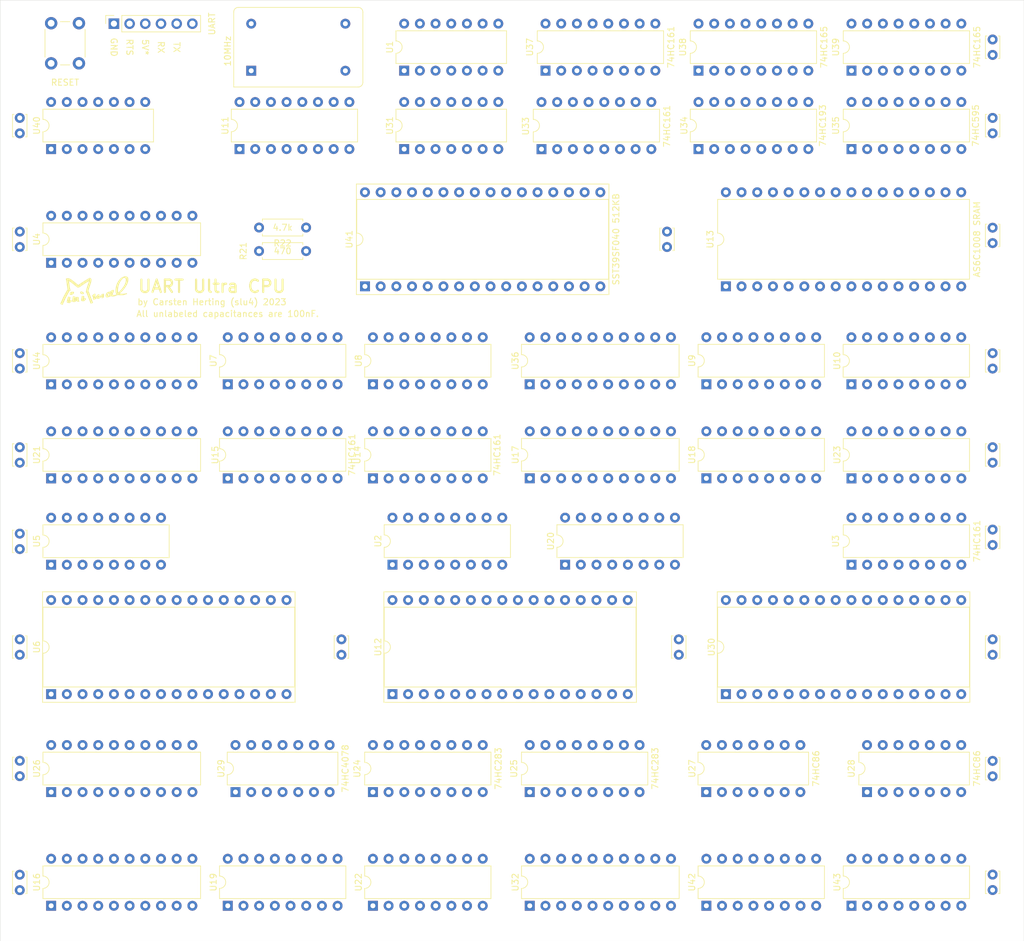
<source format=kicad_pcb>
(kicad_pcb (version 20211014) (generator pcbnew)
  (layers (0 "F.Cu" signal) (31 "B.Cu" signal) (34 "B.Paste" user) (35 "F.Paste" user) (36 "B.SilkS" user "B.Silkscreen") (37 "F.SilkS" user "F.Silkscreen") (38 "B.Mask" user) (39 "F.Mask" user) (44 "Edge.Cuts" user))
  (net 0 "")
  (net 1 "+5V")
  (net 2 "GND")
  (net 3 "/UART/UART_RTS")
  (net 4 "/UART/UART_RX")
  (net 5 "/UART/UART_TX")
  (net 6 "/Control Logic/~{II}")
  (net 7 "/ALU/BUS7")
  (net 8 "/ALU/BUS6")
  (net 9 "/ALU/BUS5")
  (net 10 "/ALU/BUS4")
  (net 11 "/ALU/BUS3")
  (net 12 "/ALU/BUS2")
  (net 13 "/ALU/BUS1")
  (net 14 "/ALU/BUS0")
  (net 16 "/Control Logic/~{AO}")
  (net 17 "/ALU/FLAG_C")
  (net 19 "/Control Logic/~{FF}")
  (net 20 "/Control Logic/~{RO}")
  (net 21 "~{CLK_PULSE}")
  (net 22 "/Control Logic/~{FI}")
  (net 26 "Net-(U1-Pad12)")
  (net 27 "Net-(U1-Pad10)")
  (net 28 "/ALU/FLAG_Z")
  (net 29 "/ALU/~{EO}")
  (net 30 "/ALU/ES")
  (net 31 "Net-(U1-Pad9)")
  (net 32 "/Control Logic/~{TI}")
  (net 33 "/Control Logic/~{RI}")
  (net 34 "CLK_MAR")
  (net 35 "/Control Logic/~{AI}")
  (net 36 "/Control Logic/~{BI}")
  (net 37 "/Memory/MI0")
  (net 38 "/Memory/MI1")
  (net 39 "/Memory/MI2")
  (net 40 "/Memory/MI3")
  (net 41 "/Memory/A3")
  (net 42 "/Memory/A2")
  (net 43 "/Memory/A1")
  (net 44 "/Memory/A0")
  (net 45 "/Memory/MI4")
  (net 47 "/Control Logic/~{BO}")
  (net 48 "/Memory/MI5")
  (net 49 "/Memory/MI6")
  (net 50 "/Memory/MI7")
  (net 51 "/Memory/A7")
  (net 52 "/Control Logic/CE")
  (net 53 "Net-(U7-Pad15)")
  (net 54 "~{RESET}")
  (net 55 "Net-(U8-Pad15)")
  (net 56 "Net-(U1-Pad11)")
  (net 57 "/Control Logic/Flag2")
  (net 58 "/Control Logic/Flag1")
  (net 59 "/Control Logic/Flag0")
  (net 60 "/Control Logic/~{TO}")
  (net 61 "/Control Logic/Step0")
  (net 62 "/Control Logic/Inst4")
  (net 63 "/Control Logic/Step1")
  (net 64 "/Control Logic/Inst5")
  (net 65 "/Control Logic/Step2")
  (net 66 "/Control Logic/Step3")
  (net 67 "/Control Logic/Inst0")
  (net 68 "/Control Logic/Inst1")
  (net 69 "/Control Logic/Inst2")
  (net 70 "/Control Logic/Inst3")
  (net 71 "/Memory/A6")
  (net 72 "/Control Logic/~{IC}")
  (net 73 "Net-(U10-Pad10)")
  (net 74 "/Memory/A5")
  (net 75 "/Memory/A4")
  (net 76 "/Memory/MI8")
  (net 78 "/Memory/MI9")
  (net 80 "Net-(U14-Pad11)")
  (net 81 "/Memory/MI10")
  (net 82 "Net-(U14-Pad12)")
  (net 83 "Net-(U14-Pad13)")
  (net 84 "Net-(U14-Pad14)")
  (net 85 "Net-(U14-Pad15)")
  (net 86 "/Memory/MI11")
  (net 87 "Net-(U15-Pad15)")
  (net 88 "Net-(U15-Pad11)")
  (net 89 "Net-(U15-Pad12)")
  (net 90 "Net-(U15-Pad13)")
  (net 91 "Net-(U15-Pad14)")
  (net 92 "Net-(U17-Pad15)")
  (net 93 "Net-(U17-Pad11)")
  (net 94 "Net-(U17-Pad12)")
  (net 95 "/Memory/A11")
  (net 96 "Net-(U17-Pad13)")
  (net 97 "Net-(U17-Pad14)")
  (net 98 "Net-(U25-Pad11)")
  (net 99 "/Memory/A10")
  (net 100 "/Memory/A9")
  (net 101 "/Memory/A8")
  (net 102 "/Memory/MI12")
  (net 103 "/Memory/MI13")
  (net 104 "/ALU/EC")
  (net 105 "/ALU/B4")
  (net 106 "/ALU/B5")
  (net 107 "/ALU/B6")
  (net 108 "/ALU/B7")
  (net 109 "/ALU/A7")
  (net 110 "/ALU/A6")
  (net 111 "/ALU/A5")
  (net 112 "/ALU/A4")
  (net 113 "/Control Logic/Flag3")
  (net 114 "/ALU/A3")
  (net 115 "/ALU/A2")
  (net 116 "/ALU/A1")
  (net 117 "/ALU/A0")
  (net 118 "/ALU/B0")
  (net 119 "/ALU/B1")
  (net 120 "/ALU/B2")
  (net 121 "/Memory/MI14")
  (net 122 "Net-(U24-Pad2)")
  (net 123 "/Memory/MI15")
  (net 124 "Net-(U24-Pad6)")
  (net 125 "/Memory/A15")
  (net 126 "/Control Logic/Inst6")
  (net 127 "/Memory/A14")
  (net 128 "Net-(U25-Pad2)")
  (net 129 "/Memory/A13")
  (net 130 "/Control Logic/~{CIH}")
  (net 131 "Net-(U25-Pad6)")
  (net 132 "/Control Logic/~{COH}")
  (net 133 "/Memory/A12")
  (net 134 "Net-(U24-Pad1)")
  (net 135 "Net-(U24-Pad4)")
  (net 136 "Net-(U13-Pad29)")
  (net 138 "/Control Logic/~{CIL}")
  (net 139 "/Control Logic/~{COL}")
  (net 140 "/Control Logic/ME")
  (net 141 "Net-(U24-Pad10)")
  (net 143 "Net-(U24-Pad9)")
  (net 147 "/Control Logic/~{MIH}")
  (net 148 "/Control Logic/~{MIL}")
  (net 154 "Net-(U38-Pad10)")
  (net 156 "CLK_PC")
  (net 157 "Net-(U37-Pad11)")
  (net 163 "/ALU/B3")
  (net 164 "Net-(U24-Pad13)")
  (net 165 "Net-(U33-Pad11)")
  (net 166 "Net-(U25-Pad1)")
  (net 169 "Net-(U25-Pad4)")
  (net 170 "Net-(U17-Pad16)")
  (net 171 "Net-(U25-Pad13)")
  (net 175 "Net-(U1-Pad2)")
  (net 176 "Net-(U17-Pad17)")
  (net 177 "/Control Logic/~{UART_DR}")
  (net 178 "/Control Logic/~{NI}")
  (net 179 "/Memory/BANK3")
  (net 180 "/Memory/BANK2")
  (net 181 "/Memory/BANK1")
  (net 182 "/Memory/BANK0")
  (net 184 "Net-(U17-Pad18)")
  (net 186 "Net-(U36-Pad19)")
  (net 187 "Net-(U18-Pad15)")
  (net 188 "CLK_CTRL_AB")
  (net 190 "/ALU/FLAG_N")
  (net 191 "Net-(U24-Pad11)")
  (net 192 "Net-(U24-Pad15)")
  (net 193 "Net-(U25-Pad15)")
  (net 196 "Net-(U31-Pad6)")
  (footprint "Package_DIP:DIP-16_W7.62mm" (layer "F.Cu") (at 85.105 176.52 90)
    (fp_text reference "U15")
    (fp_text value "74HC161")
  )
  (footprint "Package_DIP:DIP-16_W7.62mm" (layer "F.Cu") (at 108.6 227.32 90)
    (fp_text reference "U24")
    (fp_text value "74HC283")
  )
  (footprint "Package_DIP:DIP-16_W7.62mm" (layer "F.Cu") (at 133.985 227.32 90)
    (fp_text reference "U25")
    (fp_text value "74HC283")
  )
  (footprint "Package_DIP:DIP-16_W7.62mm" (layer "F.Cu") (at 108.6 176.52 90)
    (fp_text reference "U14")
    (fp_text value "74HC161")
  )
  (footprint "Package_DIP:DIP-16_W7.62mm" (layer "F.Cu") (at 186.07 190.49 90)
    (fp_text reference "U3")
    (fp_text value "74HC161")
  )
  (footprint "Package_DIP:DIP-14_W7.62mm" (layer "F.Cu") (at 162.555 227.32 90)
    (fp_text reference "U27")
    (fp_text value "74HC86")
  )
  (footprint "Package_DIP:DIP-14_W7.62mm" (layer "F.Cu") (at 188.59 227.32 90)
    (fp_text reference "U28")
    (fp_text value "74HC86")
  )
  (footprint "Package_DIP:DIP-14_W7.62mm" (layer "F.Cu") (at 86.355 227.32 90)
    (fp_text reference "U29")
    (fp_text value "74HC4078")
  )
  (footprint "Package_DIP:DIP-32_W15.24mm_Socket" (layer "F.Cu") (at 107.315 145.415 90)
    (fp_text reference "U41")
    (fp_text value "SST39SF040 512KB")
  )
  (footprint "Package_DIP:DIP-32_W15.24mm" (layer "F.Cu") (at 165.735 145.415 90)
    (fp_text reference "U13")
    (fp_text value "AS6C1008 SRAM")
  )
  (footprint "Package_DIP:DIP-16_W7.62mm" (layer "F.Cu") (at 111.76 190.49 90)
    (fp_text reference "U2")
    (fp_text value "74HC161")
  )
  (footprint "Button_Switch_THT:SW_PUSH_6mm" (layer "F.Cu") (at 56.515 109.295 90)
    (fp_text reference "SW1" hide)
    (fp_text value "RESET")
  )
  (footprint "Package_DIP:DIP-14_W7.62mm" (layer "F.Cu") (at 113.66 123.18 90)
    (fp_text reference "U31")
    (fp_text value "74HC32")
  )
  (footprint "Capacitor_THT:C_Disc_D3.4mm_W2.1mm_P2.50mm" (layer "F.Cu") (at 51.435 118.13 -90)
    (fp_text reference "C19" hide)
    (fp_text value "100nF" hide)
  )
  (footprint "Package_DIP:DIP-16_W7.62mm" (layer "F.Cu") (at 162.575 161.27 90)
    (fp_text reference "U9")
    (fp_text value "74HC161")
  )
  (footprint "Package_DIP:DIP-16_W7.62mm" (layer "F.Cu") (at 162.575 176.51 90)
    (fp_text reference "U18")
    (fp_text value "74HC161")
  )
  (footprint "Package_DIP:DIP-16_W7.62mm" (layer "F.Cu") (at 161.305 110.48 90)
    (fp_text reference "U38")
    (fp_text value "74HC165")
  )
  (footprint "Package_DIP:DIP-20_W7.62mm" (layer "F.Cu") (at 133.99 245.735 90)
    (fp_text reference "U32")
    (fp_text value "74HC245")
  )
  (footprint "Package_DIP:DIP-20_W7.62mm" (layer "F.Cu") (at 56.515 141.595 90)
    (fp_text reference "U4")
    (fp_text value "74HC245")
  )
  (footprint "Package_DIP:DIP-16_W7.62mm" (layer "F.Cu") (at 85.105 161.28 90)
    (fp_text reference "U7")
    (fp_text value "74HC161")
  )
  (footprint "Capacitor_THT:C_Disc_D3.4mm_W2.1mm_P2.50mm" (layer "F.Cu") (at 51.435 156.23 -90)
    (fp_text reference "C4" hide)
    (fp_text value "100nF" hide)
  )
  (footprint "Package_DIP:DIP-14_W7.62mm" (layer "F.Cu") (at 56.51 123.18 90)
    (fp_text reference "U40")
    (fp_text value "74HC02")
  )
  (footprint "Oscillator:Oscillator_DIP-14" (layer "F.Cu") (at 88.9 110.49)
    (fp_text reference "X1" hide)
    (fp_text value "10MHz")
  )
  (footprint "Capacitor_THT:C_Disc_D3.4mm_W2.1mm_P2.50mm" (layer "F.Cu") (at 156.21 136.545 -90)
    (fp_text reference "C11" hide)
    (fp_text value "100nF" hide)
  )
  (footprint "Package_DIP:DIP-16_W7.62mm" (layer "F.Cu") (at 108.6 161.28 90)
    (fp_text reference "U8")
    (fp_text value "74HC161")
  )
  (footprint "Package_DIP:DIP-20_W7.62mm" (layer "F.Cu") (at 56.52 227.32 90)
    (fp_text reference "U26")
    (fp_text value "74HC245")
  )
  (footprint "Package_DIP:DIP-20_W7.62mm" (layer "F.Cu") (at 56.515 161.29 90)
    (fp_text reference "U44")
    (fp_text value "74HC245")
  )
  (footprint "Package_DIP:DIP-16_W7.62mm" (layer "F.Cu") (at 186.055 161.28 90)
    (fp_text reference "U10")
    (fp_text value "74HC161")
  )
  (footprint "Resistor_THT:R_Axial_DIN0207_L6.3mm_D2.5mm_P7.62mm_Horizontal" (layer "F.Cu") (at 90.17 135.89)
    (fp_text reference "R22")
    (fp_text value "4.7k")
  )
  (footprint "Package_DIP:DIP-32_W15.24mm_Socket" (layer "F.Cu") (at 111.76 211.46 90)
    (fp_text reference "U12")
    (fp_text value "SST39SF040 512KB")
  )
  (footprint "Capacitor_THT:C_Disc_D3.4mm_W2.1mm_P2.50mm" (layer "F.Cu") (at 51.435 240.705 -90)
    (fp_text reference "C8" hide)
    (fp_text value "100nF" hide)
  )
  (footprint "MountingHole:MountingHole_2.2mm_M2" (layer "F.Cu") (at 211.455 101.6)
    (fp_text reference "H2" hide)
    (fp_text value "M2" hide)
  )
  (footprint "Package_DIP:DIP-16_W7.62mm" (layer "F.Cu") (at 85.105 245.735 90)
    (fp_text reference "U19")
    (fp_text value "74HC161")
  )
  (footprint "Resistor_THT:R_Axial_DIN0207_L6.3mm_D2.5mm_P7.62mm_Horizontal" (layer "F.Cu") (at 90.17 139.7)
    (fp_text reference "R21")
    (fp_text value "470")
  )
  (footprint "Package_DIP:DIP-16_W7.62mm" (layer "F.Cu") (at 108.6 245.735 90)
    (fp_text reference "U22")
    (fp_text value "74HC161")
  )
  (footprint "Package_DIP:DIP-16_W7.62mm" (layer "F.Cu") (at 186.07 123.18 90)
    (fp_text reference "U35")
    (fp_text value "74HC595")
  )
  (footprint "Package_DIP:DIP-20_W7.62mm" (layer "F.Cu") (at 56.515 245.735 90)
    (fp_text reference "U16")
    (fp_text value "74HC245")
  )
  (footprint "MountingHole:MountingHole_2.2mm_M2" (layer "F.Cu") (at 50.8 248.92)
    (fp_text reference "H3" hide)
    (fp_text value "M2" hide)
  )
  (footprint "MountingHole:MountingHole_2.2mm_M2" (layer "F.Cu") (at 50.8 101.6)
    (fp_text reference "H1" hide)
    (fp_text value "M2" hide)
  )
  (footprint "Capacitor_THT:C_Disc_D3.4mm_W2.1mm_P2.50mm" (layer "F.Cu") (at 51.435 171.47 -90)
    (fp_text reference "C12" hide)
    (fp_text value "100nF" hide)
  )
  (footprint "Package_DIP:DIP-14_W7.62mm" (layer "F.Cu") (at 113.66 110.48 90)
    (fp_text reference "U1")
    (fp_text value "74HC00")
  )
  (footprint "Package_DIP:DIP-16_W7.62mm" (layer "F.Cu") (at 186.07 176.52 90)
    (fp_text reference "U23")
    (fp_text value "74HC161")
  )
  (footprint "Capacitor_THT:C_Disc_D3.4mm_W2.1mm_P2.50mm" (layer "F.Cu") (at 208.915 184.805 -90)
    (fp_text reference "C2" hide)
    (fp_text value "100nF" hide)
  )
  (footprint "Package_DIP:DIP-16_W7.62mm" (layer "F.Cu") (at 162.575 245.735 90)
    (fp_text reference "U42")
    (fp_text value "74HC161")
  )
  (footprint "Package_DIP:DIP-16_W7.62mm" (layer "F.Cu") (at 135.89 123.19 90)
    (fp_text reference "U33")
    (fp_text value "74HC161")
  )
  (footprint "Capacitor_THT:C_Disc_D3.4mm_W2.1mm_P2.50mm" (layer "F.Cu") (at 208.915 105.43 -90)
    (fp_text reference "C1" hide)
    (fp_text value "100nF" hide)
  )
  (footprint "Capacitor_THT:C_Disc_D3.4mm_W2.1mm_P2.50mm" (layer "F.Cu") (at 208.915 240.685 -90)
    (fp_text reference "C3" hide)
    (fp_text value "100nF" hide)
  )
  (footprint "Capacitor_THT:C_Disc_D3.4mm_W2.1mm_P2.50mm" (layer "F.Cu") (at 103.505 202.585 -90)
    (fp_text reference "C6" hide)
    (fp_text value "100nF" hide)
  )
  (footprint "Package_DIP:DIP-16_W7.62mm" (layer "F.Cu") (at 186.07 245.735 90)
    (fp_text reference "U43")
    (fp_text value "74HC161")
  )
  (footprint "logo:logo" (layer "F.Cu") (at 63.5 146.05)
    (fp_text reference "G***" hide)
    (fp_text value "LOGO" hide)
  )
  (footprint "Package_DIP:DIP-16_W7.62mm" (layer "F.Cu") (at 87.01 123.18 90)
    (fp_text reference "U11")
    (fp_text value "74HC161")
  )
  (footprint "Package_DIP:DIP-16_W7.62mm" (layer "F.Cu") (at 136.54 110.48 90)
    (fp_text reference "U37")
    (fp_text value "74HC161")
  )
  (footprint "Capacitor_THT:C_Disc_D3.4mm_W2.1mm_P2.50mm" (layer "F.Cu") (at 208.915 135.91 -90)
    (fp_text reference "C16" hide)
    (fp_text value "100nF" hide)
  )
  (footprint "Package_DIP:DIP-16_W7.62mm" (layer "F.Cu") (at 139.715 190.49 90)
    (fp_text reference "U20")
    (fp_text value "74HC161")
  )
  (footprint "Package_DIP:DIP-20_W7.62mm" (layer "F.Cu") (at 133.99 176.51 90)
    (fp_text reference "U17")
    (fp_text value "74HC245")
  )
  (footprint "Package_DIP:DIP-16_W7.62mm" (layer "F.Cu") (at 161.305 123.18 90)
    (fp_text reference "U34")
    (fp_text value "74HC193")
  )
  (footprint "Capacitor_THT:C_Disc_D3.4mm_W2.1mm_P2.50mm" (layer "F.Cu") (at 51.435 185.46 -90)
    (fp_text reference "C15" hide)
    (fp_text value "100nF" hide)
  )
  (footprint "Capacitor_THT:C_Disc_D3.4mm_W2.1mm_P2.50mm" (layer "F.Cu") (at 51.435 222.25 -90)
    (fp_text reference "C7" hide)
    (fp_text value "100nF" hide)
  )
  (footprint "Connector_PinSocket_2.54mm:PinSocket_1x06_P2.54mm_Vertical" (layer "F.Cu") (at 66.675 102.87 90)
    (fp_text reference "J1" hide)
    (fp_text value "UART")
  )
  (footprint "Capacitor_THT:C_Disc_D3.4mm_W2.1mm_P2.50mm" (layer "F.Cu") (at 208.915 118.13 -90)
    (fp_text reference "C17" hide)
    (fp_text value "100nF" hide)
  )
  (footprint "Capacitor_THT:C_Disc_D3.4mm_W2.1mm_P2.50mm" (layer "F.Cu") (at 208.915 171.47 -90)
    (fp_text reference "C5" hide)
    (fp_text value "100nF" hide)
  )
  (footprint "Capacitor_THT:C_Disc_D3.4mm_W2.1mm_P2.50mm" (layer "F.Cu") (at 208.915 222.27 -90)
    (fp_text reference "C13" hide)
    (fp_text value "100nF" hide)
  )
  (footprint "Capacitor_THT:C_Disc_D3.4mm_W2.1mm_P2.50mm" (layer "F.Cu") (at 208.915 202.585 -90)
    (fp_text reference "C10" hide)
    (fp_text value "100nF" hide)
  )
  (footprint "Package_DIP:DIP-16_W7.62mm" (layer "F.Cu") (at 56.515 190.5 90)
    (fp_text reference "U5")
    (fp_text value "74HC161")
  )
  (footprint "Capacitor_THT:C_Disc_D3.4mm_W2.1mm_P2.50mm" (layer "F.Cu") (at 51.435 136.545 -90)
    (fp_text reference "C14" hide)
    (fp_text value "100nF" hide)
  )
  (footprint "Package_DIP:DIP-20_W7.62mm" (layer "F.Cu") (at 56.515 176.52 90)
    (fp_text reference "U21")
    (fp_text value "74HC245")
  )
  (footprint "Capacitor_THT:C_Disc_D3.4mm_W2.1mm_P2.50mm" (layer "F.Cu") (at 158.115 202.585 -90)
    (fp_text reference "C18" hide)
    (fp_text value "100nF" hide)
  )
  (footprint "Package_DIP:DIP-32_W15.24mm_Socket" (layer "F.Cu") (at 165.735 211.46 90)
    (fp_text reference "U30")
    (fp_text value "SST39SF040 512KB")
  )
  (footprint "MountingHole:MountingHole_2.2mm_M2" (layer "F.Cu") (at 211.455 248.92)
    (fp_text reference "H4" hide)
    (fp_text value "M2" hide)
  )
  (footprint "Package_DIP:DIP-32_W15.24mm_Socket" (layer "F.Cu") (at 56.515 211.455 90)
    (fp_text reference "U6")
    (fp_text value "SST39SF040 512KB")
  )
  (footprint "Package_DIP:DIP-20_W7.62mm" (layer "F.Cu") (at 133.98 161.28 90)
    (fp_text reference "U36")
    (fp_text value "74HC245")
  )
  (footprint "Package_DIP:DIP-16_W7.62mm" (layer "F.Cu") (at 186.07 110.48 90)
    (fp_text reference "U39")
    (fp_text value "74HC165")
  )
  (footprint "Capacitor_THT:C_Disc_D3.4mm_W2.1mm_P2.50mm" (layer "F.Cu") (at 51.435 202.585 -90)
    (fp_text reference "C9" hide)
    (fp_text value "100nF" hide)
  )
  (footprint "Capacitor_THT:C_Disc_D3.4mm_W2.1mm_P2.50mm" (layer "F.Cu") (at 208.915 156.23 -90)
    (fp_text reference "C20" hide)
    (fp_text value "100nF" hide)
  )
  (gr_rect (start 48.26 99.06) (end 213.995 251.46) (layer "Edge.Cuts") (width 0.05) (fill none))
  (gr_text "GND" (at 66.675 106.68 270) (layer "F.SilkS") (effects (font (size 1 1))))
  (gr_text "All unlabeled capacitances are 100nF." (at 85.09 149.86) (layer "F.SilkS") (effects (font (size 1 1))))
  (gr_text "RX" (at 74.295 106.68 270) (layer "F.SilkS") (effects (font (size 1 1))))
  (gr_text "UART Ultra CPU" (at 82.55 145.415) (layer "F.SilkS") (effects (font (size 2 2) (thickness 0.35))))
  (gr_text "by Carsten Herting (slu4) 2023" (at 82.55 147.955) (layer "F.SilkS") (effects (font (size 1 1))))
  (gr_text "RTS" (at 69.215 106.68 270) (layer "F.SilkS") (effects (font (size 1 1))))
  (gr_text "TX" (at 76.835 106.68 270) (layer "F.SilkS") (effects (font (size 1 1))))
  (gr_text "5V*" (at 71.755 106.68 270) (layer "F.SilkS") (effects (font (size 1 1))))
)
</source>
